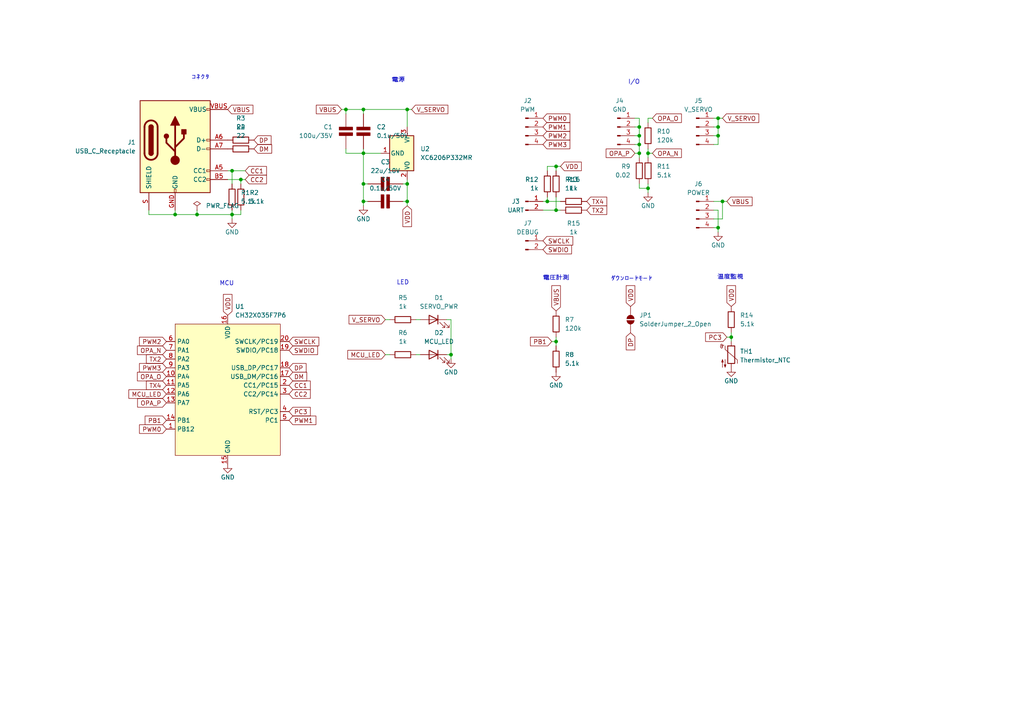
<source format=kicad_sch>
(kicad_sch (version 20250114) (generator "eeschema") (generator_version "9.0")
  (paper "A4")
  (title_block (title "UART-FourServoControllBoard") (date "2025-12-23") (rev "V0.2") (company "EsEhEhElp"))
  (lib_symbols
    (symbol "Connector:Conn_01x02_Pin" (pin_names (offset 1.016) (hide yes))
      (property "Reference" "J" (at 0 2.54 0))
      (property "Value" "Conn_01x02_Pin" (at 0 -5.08 0))
      (symbol "Conn_01x02_Pin_1_1"
        (rectangle (start 0.8636 0.127) (end 0 -0.127) (stroke (width 0.1524)) (fill (type outline)))
        (rectangle (start 0.8636 -2.413) (end 0 -2.667) (stroke (width 0.1524)) (fill (type outline)))
        (polyline (pts (xy 1.27 0) (xy 0.8636 0)) (stroke (width 0.1524)))
        (polyline (pts (xy 1.27 -2.54) (xy 0.8636 -2.54)) (stroke (width 0.1524)))
        (pin passive line (at 5.08 0 180) (length 3.81) (name "Pin_1") (number "1"))
        (pin passive line (at 5.08 -2.54 180) (length 3.81) (name "Pin_2") (number "2"))
      )
    )
    (symbol "Connector:Conn_01x04_Pin" (pin_names (offset 1.016) (hide yes))
      (property "Reference" "J" (at 0 5.08 0))
      (property "Value" "Conn_01x04_Pin" (at 0 -7.62 0))
      (symbol "Conn_01x04_Pin_1_1"
        (rectangle (start 0.8636 2.667) (end 0 2.413) (stroke (width 0.1524)) (fill (type outline)))
        (rectangle (start 0.8636 0.127) (end 0 -0.127) (stroke (width 0.1524)) (fill (type outline)))
        (rectangle (start 0.8636 -2.413) (end 0 -2.667) (stroke (width 0.1524)) (fill (type outline)))
        (rectangle (start 0.8636 -4.953) (end 0 -5.207) (stroke (width 0.1524)) (fill (type outline)))
        (polyline (pts (xy 1.27 2.54) (xy 0.8636 2.54)) (stroke (width 0.1524)))
        (polyline (pts (xy 1.27 0) (xy 0.8636 0)) (stroke (width 0.1524)))
        (polyline (pts (xy 1.27 -2.54) (xy 0.8636 -2.54)) (stroke (width 0.1524)))
        (polyline (pts (xy 1.27 -5.08) (xy 0.8636 -5.08)) (stroke (width 0.1524)))
        (pin passive line (at 5.08 2.54 180) (length 3.81) (name "Pin_1") (number "1"))
        (pin passive line (at 5.08 0 180) (length 3.81) (name "Pin_2") (number "2"))
        (pin passive line (at 5.08 -2.54 180) (length 3.81) (name "Pin_3") (number "3"))
        (pin passive line (at 5.08 -5.08 180) (length 3.81) (name "Pin_4") (number "4"))
      )
    )
    (symbol "Device:LED" (pin_numbers (hide yes)) (pin_names (offset 1.016) (hide yes))
      (property "Reference" "D" (at 0 2.54 0))
      (property "Value" "LED" (at 0 -2.54 0))
      (symbol "LED_0_1"
        (polyline (pts (xy -3.048 -0.762) (xy -4.572 -2.286) (xy -3.81 -2.286) (xy -4.572 -2.286) (xy -4.572 -1.524)))
        (polyline (pts (xy -1.778 -0.762) (xy -3.302 -2.286) (xy -2.54 -2.286) (xy -3.302 -2.286) (xy -3.302 -1.524)))
        (polyline (pts (xy -1.27 0) (xy 1.27 0)))
        (polyline (pts (xy -1.27 -1.27) (xy -1.27 1.27)) (stroke (width 0.254)))
        (polyline (pts (xy 1.27 -1.27) (xy 1.27 1.27) (xy -1.27 0) (xy 1.27 -1.27)) (stroke (width 0.254)))
      )
      (symbol "LED_1_1"
        (pin passive line (at -3.81 0 0) (length 2.54) (name "K") (number "1"))
        (pin passive line (at 3.81 0 180) (length 2.54) (name "A") (number "2"))
      )
    )
    (symbol "Device:Thermistor_NTC" (pin_numbers (hide yes)) (pin_names (offset 0))
      (property "Reference" "TH" (at -4.445 0 90))
      (property "Value" "Thermistor_NTC" (at 3.175 0 90))
      (symbol "Thermistor_NTC_0_1"
        (arc (start -3.175 2.413) (mid -3.0506 2.3165) (end -3.048 2.159))
        (arc (start -3.048 2.794) (mid -2.9736 2.9736) (end -2.794 3.048))
        (arc (start -2.794 3.048) (mid -2.6144 2.9736) (end -2.54 2.794))
        (arc (start -2.794 2.54) (mid -2.9736 2.6144) (end -3.048 2.794))
        (arc (start -2.794 1.905) (mid -2.9736 1.9794) (end -3.048 2.159))
        (arc (start -2.54 2.159) (mid -2.6144 1.9794) (end -2.794 1.905))
        (arc (start -2.159 2.794) (mid -2.434 2.5608) (end -2.794 2.54))
        (polyline (pts (xy -2.54 2.159) (xy -2.54 2.794)))
        (polyline (pts (xy -2.54 -3.683) (xy -2.54 -1.397) (xy -2.794 -2.159) (xy -2.286 -2.159) (xy -2.54 -1.397) (xy -2.54 -1.651)) (fill (type outline)))
        (polyline (pts (xy -1.778 2.54) (xy -1.778 1.524) (xy 1.778 -1.524) (xy 1.778 -2.54)))
        (polyline (pts (xy -1.778 -1.397) (xy -1.778 -3.683) (xy -2.032 -2.921) (xy -1.524 -2.921) (xy -1.778 -3.683) (xy -1.778 -3.429)) (fill (type outline)))
        (rectangle (start -1.016 2.54) (end 1.016 -2.54) (stroke (width 0.254)))
      )
      (symbol "Thermistor_NTC_1_1"
        (pin passive line (at 0 3.81 270) (length 1.27) (name "~") (number "1"))
        (pin passive line (at 0 -3.81 90) (length 1.27) (name "~") (number "2"))
      )
    )
    (symbol "Jumper:SolderJumper_2_Open" (pin_numbers (hide yes)) (pin_names (offset 0) (hide yes)) (in_bom no)
      (property "Reference" "JP" (at 0 2.032 0))
      (property "Value" "SolderJumper_2_Open" (at 0 -2.54 0))
      (symbol "SolderJumper_2_Open_0_1"
        (polyline (pts (xy -0.254 1.016) (xy -0.254 -1.016)))
        (arc (start -0.254 -1.016) (mid -1.2656 0) (end -0.254 1.016))
        (arc (start -0.254 -1.016) (mid -1.2656 0) (end -0.254 1.016) (fill (type outline)))
        (arc (start 0.254 1.016) (mid 1.2656 0) (end 0.254 -1.016))
        (arc (start 0.254 1.016) (mid 1.2656 0) (end 0.254 -1.016) (fill (type outline)))
        (polyline (pts (xy 0.254 1.016) (xy 0.254 -1.016)))
      )
      (symbol "SolderJumper_2_Open_1_1"
        (pin passive line (at -3.81 0 0) (length 2.54) (name "A") (number "1"))
        (pin passive line (at 3.81 0 180) (length 2.54) (name "B") (number "2"))
      )
    )
    (symbol "PCM_4ms_Power-symbol:PWR_FLAG" (power) (pin_numbers (hide yes)) (pin_names (offset 0) (hide yes))
      (property "Value" "PWR_FLAG" (at 0 3.81 0))
      (symbol "PWR_FLAG_0_0"
        (pin power_out line (at 0 0 90) (length 0) (name "pwr") (number "1"))
      )
      (symbol "PWR_FLAG_0_1"
        (polyline (pts (xy 0 0) (xy 0 1.27) (xy -1.016 1.905) (xy 0 2.54) (xy 1.016 1.905) (xy 0 1.27)))
      )
    )
    (symbol "PCM_Elektuur:C" (pin_numbers (hide yes)) (pin_names (offset 0) (hide yes))
      (property "Reference" "C" (at 0.635 3.175 0))
      (property "Value" "C" (at 0.635 -3.175 0))
      (symbol "C_1_1"
        (rectangle (start -1.905 1.1938) (end 1.905 0.4318) (stroke (width 0.254)) (fill (type outline)))
        (rectangle (start -1.905 -0.4318) (end 1.905 -1.1938) (stroke (width 0.254)) (fill (type outline)))
        (pin passive line (at 0 5.08 270) (length 3.8862) (name "+") (number "1"))
        (pin passive line (at 0 -5.08 90) (length 3.8862) (name "-") (number "2"))
      )
      (symbol "C_1_2"
        (polyline (pts (xy -1.905 0.4318) (xy 1.905 0.4318) (xy 1.905 1.4986) (xy -1.905 1.4986) (xy -1.905 0.4318) (xy -1.8034 0.5334) (xy -1.8034 1.397) (xy 1.8034 1.397) (xy 1.8034 0.5334) (xy -1.8034 0.5334) (xy -1.905 0.4318)) (stroke (width 0.254)) (fill (type outline)))
        (polyline (pts (xy -1.905 -1.4986) (xy 1.905 -1.4986) (xy 1.905 -0.4318) (xy -1.905 -0.4318) (xy -1.905 -1.4986) (xy -1.8034 -1.397) (xy -1.8034 -0.5334) (xy 1.8034 -0.5334) (xy 1.8034 -1.397) (xy -1.8034 -1.397) (xy -1.905 -1.4986)) (stroke (width 0.254)) (fill (type outline)))
        (pin passive line (at 0 5.08 270) (length 3.5814) (name "+") (number "1"))
        (pin passive line (at 0 -5.08 90) (length 3.5814) (name "-") (number "2"))
      )
    )
    (symbol "PCM_SL_Resistors:Resistor"
      (property "Reference" "R" (at 0 5.08 0))
      (property "Value" "Resistor" (at 0 2.54 0))
      (symbol "Resistor_0_1"
        (rectangle (start -2.286 0.889) (end 2.286 -0.889) (stroke (width 0.24)))
      )
      (symbol "Resistor_1_1"
        (pin passive line (at -3.81 0 0) (length 1.5) (name "") (number "1"))
        (pin passive line (at 3.81 0 180) (length 1.5) (name "~") (number "2"))
      )
    )
    (symbol "PCM_SparkFun-Connector:USB_C_Receptacle" (pin_names (offset 1.016))
      (property "Reference" "J" (at -10.16 12.7 0))
      (property "Value" "USB_C_Receptacle" (at 19.05 12.7 0))
      (symbol "USB_C_Receptacle_0_0"
        (rectangle (start -0.254 -15.24) (end 0.254 -14.224))
        (rectangle (start 10.16 9.144) (end 9.144 8.636))
        (rectangle (start 10.16 0.254) (end 9.144 -0.254))
        (rectangle (start 10.16 -2.286) (end 9.144 -2.794))
        (rectangle (start 10.16 -8.636) (end 9.144 -9.144))
        (rectangle (start 10.16 -11.176) (end 9.144 -11.684))
      )
      (symbol "USB_C_Receptacle_0_1"
        (rectangle (start -10.16 11.43) (end 10.16 -15.24) (stroke (width 0.254)) (fill (type background)))
        (polyline (pts (xy -8.89 -3.81) (xy -8.89 3.81)) (stroke (width 0.508)))
        (rectangle (start -7.62 -3.81) (end -6.35 3.81) (stroke (width 0.254)) (fill (type outline)))
        (arc (start -7.62 3.81) (mid -6.985 4.4423) (end -6.35 3.81) (stroke (width 0.254)))
        (arc (start -7.62 3.81) (mid -6.985 4.4423) (end -6.35 3.81) (stroke (width 0.254)) (fill (type outline)))
        (arc (start -8.89 3.81) (mid -6.985 5.7067) (end -5.08 3.81) (stroke (width 0.508)))
        (arc (start -5.08 -3.81) (mid -6.985 -5.7067) (end -8.89 -3.81) (stroke (width 0.508)))
        (arc (start -6.35 -3.81) (mid -6.985 -4.4423) (end -7.62 -3.81) (stroke (width 0.254)))
        (arc (start -6.35 -3.81) (mid -6.985 -4.4423) (end -7.62 -3.81) (stroke (width 0.254)) (fill (type outline)))
        (polyline (pts (xy -5.08 3.81) (xy -5.08 -3.81)) (stroke (width 0.508)))
        (circle (center -2.54 1.143) (radius 0.635) (stroke (width 0.254)) (fill (type outline)))
        (polyline (pts (xy -1.27 4.318) (xy 0 6.858) (xy 1.27 4.318) (xy -1.27 4.318)) (stroke (width 0.254)) (fill (type outline)))
        (polyline (pts (xy 0 -2.032) (xy 2.54 0.508) (xy 2.54 1.778)) (stroke (width 0.508)))
        (polyline (pts (xy 0 -3.302) (xy -2.54 -0.762) (xy -2.54 0.508)) (stroke (width 0.508)))
        (polyline (pts (xy 0 -5.842) (xy 0 4.318)) (stroke (width 0.508)))
        (circle (center 0 -5.842) (radius 1.27) (fill (type outline)))
        (rectangle (start 1.905 1.778) (end 3.175 3.048) (stroke (width 0.254)) (fill (type outline)))
      )
      (symbol "USB_C_Receptacle_1_1"
        (pin passive line (at -7.62 -20.32 90) (length 5.08) (name "SHIELD") (number "S"))
        (pin no_connect line (at -5.08 -15.24 90) (length 5.08) (hide yes) (name "NC") (number "NC1"))
        (pin no_connect line (at -3.81 -15.24 90) (length 5.08) (hide yes) (name "NC") (number "NC2"))
        (pin no_connect line (at -2.54 -15.24 90) (length 5.08) (hide yes) (name "NC") (number "NC3"))
        (pin passive line (at 0 -20.32 90) (length 5.08) (name "GND") (number "GND"))
        (pin no_connect line (at 2.54 -15.24 90) (length 5.08) (hide yes) (name "NC") (number "A8"))
        (pin no_connect line (at 3.81 -15.24 90) (length 5.08) (hide yes) (name "NC") (number "B8"))
        (pin power_out line (at 15.24 8.89 180) (length 5.08) (name "VBUS") (number "VBUS"))
        (pin bidirectional line (at 15.24 0 180) (length 5.08) (name "D+") (number "A6"))
        (pin bidirectional line (at 15.24 0 180) (length 5.08) (hide yes) (name "D+") (number "B6"))
        (pin bidirectional line (at 15.24 -2.54 180) (length 5.08) (name "D-") (number "A7"))
        (pin bidirectional line (at 15.24 -2.54 180) (length 5.08) (hide yes) (name "D-") (number "B7"))
        (pin bidirectional line (at 15.24 -8.89 180) (length 5.08) (name "CC1") (number "A5"))
        (pin bidirectional line (at 15.24 -11.43 180) (length 5.08) (name "CC2") (number "B5"))
      )
    )
    (symbol "PCM_SparkFun-PowerSymbol:GND" (power) (pin_names (offset 0))
      (property "Value" "GND" (at 0 -3.81 0))
      (symbol "GND_0_1"
        (polyline (pts (xy 0 0) (xy 0 -1.27) (xy 1.27 -1.27) (xy 0 -2.54) (xy -1.27 -1.27) (xy 0 -1.27)))
      )
      (symbol "GND_1_1"
        (pin power_in line (at 0 0 270) (length 0) (hide yes) (name "GND") (number "1"))
      )
    )
    (symbol "Regulator_Linear:XC6206PxxxMR" (pin_names (offset 0.254))
      (property "Reference" "U" (at -3.81 3.175 0))
      (property "Value" "XC6206PxxxMR" (at 0 3.175 0))
      (symbol "XC6206PxxxMR_0_1"
        (rectangle (start -5.08 1.905) (end 5.08 -5.08) (stroke (width 0.254)) (fill (type background)))
      )
      (symbol "XC6206PxxxMR_1_1"
        (pin power_in line (at -7.62 0 0) (length 2.54) (name "VI") (number "3"))
        (pin power_in line (at 0 -7.62 90) (length 2.54) (name "GND") (number "1"))
        (pin power_out line (at 7.62 0 180) (length 2.54) (name "VO") (number "2"))
      )
    )
    (symbol "wch_mcu:CH32X035F7P6"
      (property "Reference" "U" (at 15.24 -25.4 0))
      (property "Value" "CH32X035F7P6" (at 15.24 -27.94 0))
      (symbol "CH32X035F7P6_0_1"
        (rectangle (start -15.24 17.78) (end 15.24 -20.32) (fill (type background)))
      )
      (symbol "CH32X035F7P6_1_1"
        (pin bidirectional line (at -17.78 12.7 0) (length 2.54) (name "PA0") (number "6"))
        (pin bidirectional line (at -17.78 10.16 0) (length 2.54) (name "PA1") (number "7"))
        (pin bidirectional line (at -17.78 7.62 0) (length 2.54) (name "PA2") (number "8"))
        (pin bidirectional line (at -17.78 5.08 0) (length 2.54) (name "PA3") (number "9"))
        (pin bidirectional line (at -17.78 2.54 0) (length 2.54) (name "PA4") (number "10"))
        (pin bidirectional line (at -17.78 0 0) (length 2.54) (name "PA5") (number "11"))
        (pin bidirectional line (at -17.78 -2.54 0) (length 2.54) (name "PA6") (number "12"))
        (pin bidirectional line (at -17.78 -5.08 0) (length 2.54) (name "PA7") (number "13"))
        (pin bidirectional line (at -17.78 -10.16 0) (length 2.54) (name "PB1") (number "14"))
        (pin bidirectional line (at -17.78 -12.7 0) (length 2.54) (name "PB12") (number "1"))
        (pin power_in line (at 0 20.32 270) (length 2.54) (name "VDD") (number "16"))
        (pin power_in line (at 0 -22.86 90) (length 2.54) (name "GND") (number "15"))
        (pin bidirectional line (at 17.78 12.7 180) (length 2.54) (name "SWCLK/PC19") (number "20"))
        (pin bidirectional line (at 17.78 10.16 180) (length 2.54) (name "SWDIO/PC18") (number "19"))
        (pin bidirectional line (at 17.78 5.08 180) (length 2.54) (name "USB_DP/PC17") (number "18"))
        (pin bidirectional line (at 17.78 2.54 180) (length 2.54) (name "USB_DM/PC16") (number "17"))
        (pin bidirectional line (at 17.78 0 180) (length 2.54) (name "CC1/PC15") (number "2"))
        (pin bidirectional line (at 17.78 -2.54 180) (length 2.54) (name "CC2/PC14") (number "3"))
        (pin bidirectional line (at 17.78 -7.62 180) (length 2.54) (name "RST/PC3") (number "4"))
        (pin bidirectional line (at 17.78 -10.16 180) (length 2.54) (name "PC1") (number "5"))
      )
    )
  )
  (text "電源" (at 115.57 23.368 0) (effects (font (size 1.27 1.27))))
  (text "電圧計測" (at 161.29 80.772 0) (effects (font (size 1.27 1.27))))
  (text "MCU" (at 65.786 82.296 0) (effects (font (size 1.27 1.27))))
  (text "I/O" (at 183.896 23.876 0) (effects (font (size 1.27 1.27))))
  (text "温度監視" (at 211.836 80.518 0) (effects (font (size 1.27 1.27))))
  (text "LED" (at 116.84 82.042 0) (effects (font (size 1.27 1.27))))
  (text "コネクタ" (at 58.166 22.606 0) (effects (font (size 1.27 1.27))))
  (text "ダウンロードモード" (at 183.134 81.026 0) (effects (font (size 1.27 1.27))))
  (junction (at 118.11 31.75))
  (junction (at 161.29 48.26))
  (junction (at 105.41 31.75))
  (junction (at 118.11 58.42))
  (junction (at 105.41 58.42))
  (junction (at 185.42 36.83))
  (junction (at 208.28 66.04))
  (junction (at 208.28 39.37))
  (junction (at 50.8 62.23))
  (junction (at 118.11 53.34))
  (junction (at 161.29 99.06))
  (junction (at 187.96 44.45))
  (junction (at 105.41 53.34))
  (junction (at 185.42 44.45))
  (junction (at 209.55 58.42))
  (junction (at 208.28 36.83))
  (junction (at 187.96 54.61))
  (junction (at 208.28 34.29))
  (junction (at 185.42 41.91))
  (junction (at 212.09 97.79))
  (junction (at 185.42 39.37))
  (junction (at 100.33 31.75))
  (junction (at 67.31 49.53))
  (junction (at 158.75 58.42))
  (junction (at 69.85 52.07))
  (junction (at 57.15 62.23))
  (junction (at 67.31 62.23))
  (junction (at 130.81 102.87))
  (junction (at 105.41 44.45))
  (junction (at 161.29 60.96))
  (wire (pts (xy 184.15 36.83) (xy 185.42 36.83)))
  (wire (pts (xy 57.15 62.23) (xy 67.31 62.23)))
  (wire (pts (xy 71.12 49.53) (xy 67.31 49.53)))
  (wire (pts (xy 158.75 48.26) (xy 158.75 49.53)))
  (wire (pts (xy 161.29 48.26) (xy 158.75 48.26)))
  (wire (pts (xy 207.01 66.04) (xy 208.28 66.04)))
  (wire (pts (xy 185.42 34.29) (xy 185.42 36.83)))
  (wire (pts (xy 184.15 34.29) (xy 185.42 34.29)))
  (wire (pts (xy 105.41 58.42) (xy 106.68 58.42)))
  (wire (pts (xy 105.41 58.42) (xy 105.41 59.69)))
  (wire (pts (xy 116.84 58.42) (xy 118.11 58.42)))
  (wire (pts (xy 185.42 39.37) (xy 185.42 41.91)))
  (wire (pts (xy 209.55 58.42) (xy 210.82 58.42)))
  (wire (pts (xy 212.09 97.79) (xy 212.09 99.06)))
  (wire (pts (xy 120.65 102.87) (xy 121.92 102.87)))
  (wire (pts (xy 111.76 102.87) (xy 113.03 102.87)))
  (wire (pts (xy 111.76 92.71) (xy 113.03 92.71)))
  (wire (pts (xy 161.29 48.26) (xy 161.29 49.53)))
  (wire (pts (xy 67.31 49.53) (xy 66.04 49.53)))
  (wire (pts (xy 67.31 62.23) (xy 67.31 63.5)))
  (wire (pts (xy 105.41 31.75) (xy 118.11 31.75)))
  (wire (pts (xy 43.18 62.23) (xy 50.8 62.23)))
  (wire (pts (xy 118.11 31.75) (xy 118.11 36.83)))
  (wire (pts (xy 158.75 57.15) (xy 158.75 58.42)))
  (wire (pts (xy 105.41 33.02) (xy 105.41 31.75)))
  (wire (pts (xy 130.81 92.71) (xy 130.81 102.87)))
  (wire (pts (xy 105.41 44.45) (xy 100.33 44.45)))
  (wire (pts (xy 212.09 96.52) (xy 212.09 97.79)))
  (wire (pts (xy 130.81 102.87) (xy 130.81 104.14)))
  (wire (pts (xy 187.96 54.61) (xy 185.42 54.61)))
  (wire (pts (xy 185.42 53.34) (xy 185.42 54.61)))
  (wire (pts (xy 106.68 53.34) (xy 105.41 53.34)))
  (wire (pts (xy 118.11 58.42) (xy 118.11 59.69)))
  (wire (pts (xy 207.01 60.96) (xy 208.28 60.96)))
  (wire (pts (xy 57.15 60.96) (xy 57.15 62.23)))
  (wire (pts (xy 105.41 53.34) (xy 105.41 58.42)))
  (wire (pts (xy 207.01 63.5) (xy 209.55 63.5)))
  (wire (pts (xy 158.75 58.42) (xy 162.56 58.42)))
  (wire (pts (xy 105.41 43.18) (xy 105.41 44.45)))
  (wire (pts (xy 184.15 44.45) (xy 185.42 44.45)))
  (wire (pts (xy 207.01 34.29) (xy 208.28 34.29)))
  (wire (pts (xy 160.02 99.06) (xy 161.29 99.06)))
  (wire (pts (xy 162.56 48.26) (xy 161.29 48.26)))
  (wire (pts (xy 208.28 34.29) (xy 208.28 36.83)))
  (wire (pts (xy 157.48 60.96) (xy 161.29 60.96)))
  (wire (pts (xy 185.42 41.91) (xy 184.15 41.91)))
  (wire (pts (xy 207.01 36.83) (xy 208.28 36.83)))
  (wire (pts (xy 129.54 102.87) (xy 130.81 102.87)))
  (wire (pts (xy 185.42 44.45) (xy 185.42 45.72)))
  (wire (pts (xy 208.28 60.96) (xy 208.28 66.04)))
  (wire (pts (xy 207.01 58.42) (xy 209.55 58.42)))
  (wire (pts (xy 99.06 31.75) (xy 100.33 31.75)))
  (wire (pts (xy 187.96 55.88) (xy 187.96 54.61)))
  (wire (pts (xy 187.96 43.18) (xy 187.96 44.45)))
  (wire (pts (xy 100.33 43.18) (xy 100.33 44.45)))
  (wire (pts (xy 208.28 66.04) (xy 208.28 67.31)))
  (wire (pts (xy 69.85 52.07) (xy 69.85 53.34)))
  (wire (pts (xy 161.29 97.79) (xy 161.29 99.06)))
  (wire (pts (xy 69.85 60.96) (xy 69.85 62.23)))
  (wire (pts (xy 161.29 57.15) (xy 161.29 60.96)))
  (wire (pts (xy 187.96 53.34) (xy 187.96 54.61)))
  (wire (pts (xy 189.23 34.29) (xy 187.96 34.29)))
  (wire (pts (xy 207.01 39.37) (xy 208.28 39.37)))
  (wire (pts (xy 118.11 53.34) (xy 118.11 58.42)))
  (wire (pts (xy 118.11 31.75) (xy 119.38 31.75)))
  (wire (pts (xy 50.8 60.96) (xy 50.8 62.23)))
  (wire (pts (xy 208.28 36.83) (xy 208.28 39.37)))
  (wire (pts (xy 43.18 60.96) (xy 43.18 62.23)))
  (wire (pts (xy 210.82 97.79) (xy 212.09 97.79)))
  (wire (pts (xy 209.55 63.5) (xy 209.55 58.42)))
  (wire (pts (xy 118.11 52.07) (xy 118.11 53.34)))
  (wire (pts (xy 105.41 44.45) (xy 110.49 44.45)))
  (wire (pts (xy 71.12 52.07) (xy 69.85 52.07)))
  (wire (pts (xy 120.65 92.71) (xy 121.92 92.71)))
  (wire (pts (xy 69.85 62.23) (xy 67.31 62.23)))
  (wire (pts (xy 100.33 31.75) (xy 100.33 33.02)))
  (wire (pts (xy 187.96 44.45) (xy 187.96 45.72)))
  (wire (pts (xy 50.8 62.23) (xy 57.15 62.23)))
  (wire (pts (xy 67.31 60.96) (xy 67.31 62.23)))
  (wire (pts (xy 207.01 41.91) (xy 208.28 41.91)))
  (wire (pts (xy 116.84 53.34) (xy 118.11 53.34)))
  (wire (pts (xy 67.31 49.53) (xy 67.31 53.34)))
  (wire (pts (xy 129.54 92.71) (xy 130.81 92.71)))
  (wire (pts (xy 157.48 58.42) (xy 158.75 58.42)))
  (wire (pts (xy 184.15 39.37) (xy 185.42 39.37)))
  (wire (pts (xy 187.96 44.45) (xy 189.23 44.45)))
  (wire (pts (xy 185.42 44.45) (xy 185.42 41.91)))
  (wire (pts (xy 187.96 34.29) (xy 187.96 35.56)))
  (wire (pts (xy 161.29 60.96) (xy 162.56 60.96)))
  (wire (pts (xy 208.28 39.37) (xy 208.28 41.91)))
  (wire (pts (xy 161.29 99.06) (xy 161.29 100.33)))
  (wire (pts (xy 208.28 34.29) (xy 209.55 34.29)))
  (wire (pts (xy 105.41 31.75) (xy 100.33 31.75)))
  (wire (pts (xy 105.41 44.45) (xy 105.41 53.34)))
  (wire (pts (xy 69.85 52.07) (xy 66.04 52.07)))
  (wire (pts (xy 185.42 36.83) (xy 185.42 39.37)))
  (global_label "V_SERVO" (shape input) (at 119.38 31.75 0) (property "Intersheetrefs" "${INTERSHEET_REFS}" (effects (hide yes))))
  (global_label "PC3" (shape input) (at 210.82 97.79 180) (property "Intersheetrefs" "${INTERSHEET_REFS}" (effects (hide yes))))
  (global_label "DP" (shape input) (at 83.82 106.68 0) (property "Intersheetrefs" "${INTERSHEET_REFS}" (effects (hide yes))))
  (global_label "PB1" (shape input) (at 160.02 99.06 180) (property "Intersheetrefs" "${INTERSHEET_REFS}" (effects (hide yes))))
  (global_label "MCU_LED" (shape input) (at 111.76 102.87 180) (property "Intersheetrefs" "${INTERSHEET_REFS}" (effects (hide yes))))
  (global_label "SWCLK" (shape input) (at 157.48 69.85 0) (property "Intersheetrefs" "${INTERSHEET_REFS}" (effects (hide yes))))
  (global_label "OPA_O" (shape input) (at 48.26 109.22 180) (property "Intersheetrefs" "${INTERSHEET_REFS}" (effects (hide yes))))
  (global_label "DP" (shape input) (at 182.88 96.52 270) (property "Intersheetrefs" "${INTERSHEET_REFS}" (effects (hide yes))))
  (global_label "TX4" (shape input) (at 48.26 111.76 180) (property "Intersheetrefs" "${INTERSHEET_REFS}" (effects (hide yes))))
  (global_label "V_SERVO" (shape input) (at 209.55 34.29 0) (property "Intersheetrefs" "${INTERSHEET_REFS}" (effects (hide yes))))
  (global_label "SWDIO" (shape input) (at 157.48 72.39 0) (property "Intersheetrefs" "${INTERSHEET_REFS}" (effects (hide yes))))
  (global_label "VDD" (shape input) (at 66.04 91.44 90) (property "Intersheetrefs" "${INTERSHEET_REFS}" (effects (hide yes))))
  (global_label "DM" (shape input) (at 83.82 109.22 0) (property "Intersheetrefs" "${INTERSHEET_REFS}" (effects (hide yes))))
  (global_label "SWDIO" (shape input) (at 83.82 101.6 0) (property "Intersheetrefs" "${INTERSHEET_REFS}" (effects (hide yes))))
  (global_label "SWCLK" (shape input) (at 83.82 99.06 0) (property "Intersheetrefs" "${INTERSHEET_REFS}" (effects (hide yes))))
  (global_label "PWM3" (shape input) (at 157.48 41.91 0) (property "Intersheetrefs" "${INTERSHEET_REFS}" (effects (hide yes))))
  (global_label "VDD" (shape input) (at 212.09 88.9 90) (property "Intersheetrefs" "${INTERSHEET_REFS}" (effects (hide yes))))
  (global_label "PWM1" (shape input) (at 157.48 36.83 0) (property "Intersheetrefs" "${INTERSHEET_REFS}" (effects (hide yes))))
  (global_label "VDD" (shape input) (at 162.56 48.26 0) (property "Intersheetrefs" "${INTERSHEET_REFS}" (effects (hide yes))))
  (global_label "VBUS" (shape input) (at 161.29 90.17 90) (property "Intersheetrefs" "${INTERSHEET_REFS}" (effects (hide yes))))
  (global_label "MCU_LED" (shape input) (at 48.26 114.3 180) (property "Intersheetrefs" "${INTERSHEET_REFS}" (effects (hide yes))))
  (global_label "OPA_P" (shape input) (at 184.15 44.45 180) (property "Intersheetrefs" "${INTERSHEET_REFS}" (effects (hide yes))))
  (global_label "CC2" (shape input) (at 83.82 114.3 0) (property "Intersheetrefs" "${INTERSHEET_REFS}" (effects (hide yes))))
  (global_label "PB1" (shape input) (at 48.26 121.92 180) (property "Intersheetrefs" "${INTERSHEET_REFS}" (effects (hide yes))))
  (global_label "PWM2" (shape input) (at 48.26 99.06 180) (property "Intersheetrefs" "${INTERSHEET_REFS}" (effects (hide yes))))
  (global_label "PWM0" (shape input) (at 48.26 124.46 180) (property "Intersheetrefs" "${INTERSHEET_REFS}" (effects (hide yes))))
  (global_label "PWM3" (shape input) (at 48.26 106.68 180) (property "Intersheetrefs" "${INTERSHEET_REFS}" (effects (hide yes))))
  (global_label "PWM1" (shape input) (at 83.82 121.92 0) (property "Intersheetrefs" "${INTERSHEET_REFS}" (effects (hide yes))))
  (global_label "TX4" (shape input) (at 170.18 58.42 0) (property "Intersheetrefs" "${INTERSHEET_REFS}" (effects (hide yes))))
  (global_label "PWM0" (shape input) (at 157.48 34.29 0) (property "Intersheetrefs" "${INTERSHEET_REFS}" (effects (hide yes))))
  (global_label "TX2" (shape input) (at 170.18 60.96 0) (property "Intersheetrefs" "${INTERSHEET_REFS}" (effects (hide yes))))
  (global_label "V_SERVO" (shape input) (at 111.76 92.71 180) (property "Intersheetrefs" "${INTERSHEET_REFS}" (effects (hide yes))))
  (global_label "CC1" (shape input) (at 71.12 49.53 0) (property "Intersheetrefs" "${INTERSHEET_REFS}" (effects (hide yes))))
  (global_label "CC2" (shape input) (at 71.12 52.07 0) (property "Intersheetrefs" "${INTERSHEET_REFS}" (effects (hide yes))))
  (global_label "DP" (shape input) (at 73.66 40.64 0) (property "Intersheetrefs" "${INTERSHEET_REFS}" (effects (hide yes))))
  (global_label "DM" (shape input) (at 73.66 43.18 0) (property "Intersheetrefs" "${INTERSHEET_REFS}" (effects (hide yes))))
  (global_label "VDD" (shape input) (at 118.11 59.69 270) (property "Intersheetrefs" "${INTERSHEET_REFS}" (effects (hide yes))))
  (global_label "PWM2" (shape input) (at 157.48 39.37 0) (property "Intersheetrefs" "${INTERSHEET_REFS}" (effects (hide yes))))
  (global_label "OPA_N" (shape input) (at 189.23 44.45 0) (property "Intersheetrefs" "${INTERSHEET_REFS}" (effects (hide yes))))
  (global_label "VBUS" (shape input) (at 66.04 31.75 0) (property "Intersheetrefs" "${INTERSHEET_REFS}" (effects (hide yes))))
  (global_label "OPA_P" (shape input) (at 48.26 116.84 180) (property "Intersheetrefs" "${INTERSHEET_REFS}" (effects (hide yes))))
  (global_label "OPA_N" (shape input) (at 48.26 101.6 180) (property "Intersheetrefs" "${INTERSHEET_REFS}" (effects (hide yes))))
  (global_label "VDD" (shape input) (at 182.88 88.9 90) (property "Intersheetrefs" "${INTERSHEET_REFS}" (effects (hide yes))))
  (global_label "PC3" (shape input) (at 83.82 119.38 0) (property "Intersheetrefs" "${INTERSHEET_REFS}" (effects (hide yes))))
  (global_label "VBUS" (shape input) (at 210.82 58.42 0) (property "Intersheetrefs" "${INTERSHEET_REFS}" (effects (hide yes))))
  (global_label "TX2" (shape input) (at 48.26 104.14 180) (property "Intersheetrefs" "${INTERSHEET_REFS}" (effects (hide yes))))
  (global_label "OPA_O" (shape input) (at 189.23 34.29 0) (property "Intersheetrefs" "${INTERSHEET_REFS}" (effects (hide yes))))
  (global_label "VBUS" (shape input) (at 99.06 31.75 180) (property "Intersheetrefs" "${INTERSHEET_REFS}" (effects (hide yes))))
  (global_label "CC1" (shape input) (at 83.82 111.76 0) (property "Intersheetrefs" "${INTERSHEET_REFS}" (effects (hide yes))))
  (symbol (lib_id "Device:LED") (at 125.73 92.71 0) (mirror y) (unit 1)
    (property "Reference" "D1" (at 127.3175 86.36 0))
    (property "Value" "SERVO_PWR" (at 127.3175 88.9 0))
    (property "Footprint" "LED_SMD:LED_0603_1608Metric_Pad1.05x0.95mm_HandSolder" (effects (hide yes)))
    (property "Description" "Light emitting diode" (effects (hide yes)))
    (property "Sim.Pins" "1=K 2=A" (effects (hide yes)))
  )
  (symbol (lib_id "PCM_SparkFun-PowerSymbol:GND") (at 208.28 67.31 0) (unit 1)
    (property "Reference" "#PWR07" (effects (hide yes)))
    (property "Value" "GND" (at 208.28 71.12 0))
    (property "Description" "Power symbol creates a global label with name \"GND\" , ground" (effects (hide yes)))
  )
  (symbol (lib_id "PCM_Elektuur:C") (at 111.76 53.34 270) (unit 1)
    (property "Reference" "C3" (at 111.76 46.99 90))
    (property "Value" "22u/10V" (at 111.76 49.53 90))
    (property "Footprint" "Capacitor_SMD:C_0603_1608Metric_Pad1.08x0.95mm_HandSolder" (effects (hide yes)))
    (property "Description" "capacitor, non-polarized/bipolar" (effects (hide yes)))
    (property "Indicator" "+" (effects (hide yes)))
    (property "Rating" "V" (effects (hide yes)))
  )
  (symbol (lib_id "PCM_SL_Resistors:Resistor") (at 187.96 39.37 270) (unit 1)
    (property "Reference" "R10" (at 190.5 38.0999 90) (effects (justify left)))
    (property "Value" "120k" (at 190.5 40.6399 90) (effects (justify left)))
    (property "Footprint" "Resistor_SMD:R_0603_1608Metric_Pad0.98x0.95mm_HandSolder" (effects (hide yes)))
    (property "Description" "1/4W Resistor" (effects (hide yes)))
  )
  (symbol (lib_id "PCM_SL_Resistors:Resistor") (at 185.42 49.53 270) (unit 1)
    (property "Reference" "R9" (at 182.88 48.2599 90) (effects (justify right)))
    (property "Value" "0.02" (at 182.88 50.7999 90) (effects (justify right)))
    (property "Footprint" "Resistor_SMD:R_1206_3216Metric_Pad1.30x1.75mm_HandSolder" (effects (hide yes)))
    (property "Description" "1/4W Resistor" (effects (hide yes)))
  )
  (symbol (lib_id "PCM_SL_Resistors:Resistor") (at 69.85 43.18 0) (unit 1)
    (property "Reference" "R4" (at 69.85 36.83 0))
    (property "Value" "22" (at 69.85 39.37 0))
    (property "Footprint" "Resistor_SMD:R_0603_1608Metric_Pad0.98x0.95mm_HandSolder" (effects (hide yes)))
    (property "Description" "1/4W Resistor" (effects (hide yes)))
  )
  (symbol (lib_id "PCM_SparkFun-PowerSymbol:GND") (at 67.31 63.5 0) (unit 1)
    (property "Reference" "#PWR02" (effects (hide yes)))
    (property "Value" "GND" (at 67.31 67.31 0))
    (property "Description" "Power symbol creates a global label with name \"GND\" , ground" (effects (hide yes)))
  )
  (symbol (lib_id "PCM_SL_Resistors:Resistor") (at 212.09 92.71 270) (unit 1)
    (property "Reference" "R14" (at 214.63 91.4399 90) (effects (justify left)))
    (property "Value" "5.1k" (at 214.63 93.9799 90) (effects (justify left)))
    (property "Footprint" "Resistor_SMD:R_0603_1608Metric_Pad0.98x0.95mm_HandSolder" (effects (hide yes)))
    (property "Description" "1/4W Resistor" (effects (hide yes)))
  )
  (symbol (lib_id "PCM_SL_Resistors:Resistor") (at 116.84 102.87 180) (unit 1)
    (property "Reference" "R6" (at 116.84 96.52 0))
    (property "Value" "1k" (at 116.84 99.06 0))
    (property "Footprint" "Resistor_SMD:R_0603_1608Metric_Pad0.98x0.95mm_HandSolder" (effects (hide yes)))
    (property "Description" "1/4W Resistor" (effects (hide yes)))
  )
  (symbol (lib_id "PCM_SL_Resistors:Resistor") (at 161.29 104.14 270) (unit 1)
    (property "Reference" "R8" (at 163.83 102.8699 90) (effects (justify left)))
    (property "Value" "5.1k" (at 163.83 105.4099 90) (effects (justify left)))
    (property "Footprint" "Resistor_SMD:R_0603_1608Metric_Pad0.98x0.95mm_HandSolder" (effects (hide yes)))
    (property "Description" "1/4W Resistor" (effects (hide yes)))
  )
  (symbol (lib_id "PCM_Elektuur:C") (at 100.33 38.1 180) (unit 1)
    (property "Reference" "C1" (at 96.52 36.8299 0) (effects (justify left)))
    (property "Value" "100u/35V" (at 96.52 39.3699 0) (effects (justify left)))
    (property "Footprint" "Capacitor_SMD:CP_Elec_6.3x7.7" (effects (hide yes)))
    (property "Description" "capacitor, non-polarized/bipolar" (effects (hide yes)))
    (property "Indicator" "+" (effects (hide yes)))
    (property "Rating" "V" (effects (hide yes)))
  )
  (symbol (lib_id "PCM_SparkFun-PowerSymbol:GND") (at 212.09 106.68 0) (unit 1)
    (property "Reference" "#PWR08" (effects (hide yes)))
    (property "Value" "GND" (at 212.09 110.49 0))
    (property "Description" "Power symbol creates a global label with name \"GND\" , ground" (effects (hide yes)))
  )
  (symbol (lib_id "Device:LED") (at 125.73 102.87 0) (mirror y) (unit 1)
    (property "Reference" "D2" (at 127.3175 96.52 0))
    (property "Value" "MCU_LED" (at 127.3175 99.06 0))
    (property "Footprint" "LED_SMD:LED_0603_1608Metric_Pad1.05x0.95mm_HandSolder" (effects (hide yes)))
    (property "Description" "Light emitting diode" (effects (hide yes)))
    (property "Sim.Pins" "1=K 2=A" (effects (hide yes)))
  )
  (symbol (lib_id "PCM_SL_Resistors:Resistor") (at 161.29 93.98 270) (unit 1)
    (property "Reference" "R7" (at 163.83 92.7099 90) (effects (justify left)))
    (property "Value" "120k" (at 163.83 95.2499 90) (effects (justify left)))
    (property "Footprint" "Resistor_SMD:R_0603_1608Metric_Pad0.98x0.95mm_HandSolder" (effects (hide yes)))
    (property "Description" "1/4W Resistor" (effects (hide yes)))
  )
  (symbol (lib_id "PCM_SL_Resistors:Resistor") (at 166.37 58.42 0) (unit 1)
    (property "Reference" "R16" (at 166.37 52.07 0))
    (property "Value" "1k" (at 166.37 54.61 0))
    (property "Footprint" "Resistor_SMD:R_0603_1608Metric_Pad0.98x0.95mm_HandSolder" (effects (hide yes)))
    (property "Description" "1/4W Resistor" (effects (hide yes)))
  )
  (symbol (lib_id "PCM_SparkFun-PowerSymbol:GND") (at 161.29 107.95 0) (unit 1)
    (property "Reference" "#PWR05" (effects (hide yes)))
    (property "Value" "GND" (at 161.29 111.76 0))
    (property "Description" "Power symbol creates a global label with name \"GND\" , ground" (effects (hide yes)))
  )
  (symbol (lib_id "PCM_SL_Resistors:Resistor") (at 187.96 49.53 270) (unit 1)
    (property "Reference" "R11" (at 190.5 48.2599 90) (effects (justify left)))
    (property "Value" "5.1k" (at 190.5 50.7999 90) (effects (justify left)))
    (property "Footprint" "Resistor_SMD:R_0603_1608Metric_Pad0.98x0.95mm_HandSolder" (effects (hide yes)))
    (property "Description" "1/4W Resistor" (effects (hide yes)))
  )
  (symbol (lib_id "Device:Thermistor_NTC") (at 212.09 102.87 0) (unit 1)
    (property "Reference" "TH1" (at 214.63 101.9174 0) (effects (justify left)))
    (property "Value" "Thermistor_NTC" (at 214.63 104.4574 0) (effects (justify left)))
    (property "Footprint" "Resistor_SMD:R_0603_1608Metric_Pad0.98x0.95mm_HandSolder" (effects (hide yes)))
    (property "Description" "Temperature dependent resistor, negative temperature coefficient" (effects (hide yes)))
  )
  (symbol (lib_id "wch_mcu:CH32X035F7P6") (at 66.04 111.76 0) (unit 1)
    (property "Reference" "U1" (at 68.1833 88.9 0) (effects (justify left)))
    (property "Value" "CH32X035F7P6" (at 68.1833 91.44 0) (effects (justify left)))
    (property "Footprint" "Package_SO:TSSOP-20_4.4x6.5mm_P0.65mm" (effects (hide yes)))
    (property "Datasheet" "https://www.wch-ic.com/downloads/CH32X035DS0_PDF.html" (effects (hide yes)))
    (property "Description" "CH32X035 is an industrial-grade microcontroller based on the QingKe RISC-V core. CH32X035 has built-in USB and PD PHY, supports USB Host and USB Device functions, PDUSB and Type-C fast charging functions, built-in programmable protocol I/O controller, provides 2 groups of OPA, 3 groups of CMP, 4 groups of USART, I2C, SPI, multiple timers, 12-bit ADC, 14-channel touch-key and other rich peripheral resources." (effects (hide yes)))
  )
  (symbol (lib_id "PCM_SL_Resistors:Resistor") (at 69.85 40.64 0) (unit 1)
    (property "Reference" "R3" (at 69.85 34.29 0))
    (property "Value" "22" (at 69.85 36.83 0))
    (property "Footprint" "Resistor_SMD:R_0603_1608Metric_Pad0.98x0.95mm_HandSolder" (effects (hide yes)))
    (property "Description" "1/4W Resistor" (effects (hide yes)))
  )
  (symbol (lib_id "PCM_SL_Resistors:Resistor") (at 158.75 53.34 270) (unit 1)
    (property "Reference" "R12" (at 156.21 52.0699 90) (effects (justify right)))
    (property "Value" "1k" (at 156.21 54.6099 90) (effects (justify right)))
    (property "Footprint" "Resistor_SMD:R_0603_1608Metric_Pad0.98x0.95mm_HandSolder" (effects (hide yes)))
    (property "Description" "1/4W Resistor" (effects (hide yes)))
  )
  (symbol (lib_id "Connector:Conn_01x02_Pin") (at 152.4 69.85 0) (unit 1)
    (property "Reference" "J7" (at 153.035 64.77 0))
    (property "Value" "DEBUG" (at 153.035 67.31 0))
    (property "Footprint" "Connector_PinHeader_1.27mm:PinHeader_1x02_P1.27mm_Vertical" (effects (hide yes)))
    (property "Description" "Generic connector, single row, 01x02, script generated" (effects (hide yes)))
  )
  (symbol (lib_id "PCM_SparkFun-PowerSymbol:GND") (at 105.41 59.69 0) (unit 1)
    (property "Reference" "#PWR03" (effects (hide yes)))
    (property "Value" "GND" (at 105.41 63.5 0))
    (property "Description" "Power symbol creates a global label with name \"GND\" , ground" (effects (hide yes)))
  )
  (symbol (lib_id "PCM_Elektuur:C") (at 111.76 58.42 270) (unit 1)
    (property "Reference" "C4" (at 111.76 52.07 90))
    (property "Value" "0.1u/50V" (at 111.76 54.61 90))
    (property "Footprint" "Capacitor_SMD:C_0603_1608Metric_Pad1.08x0.95mm_HandSolder" (effects (hide yes)))
    (property "Description" "capacitor, non-polarized/bipolar" (effects (hide yes)))
    (property "Indicator" "+" (effects (hide yes)))
    (property "Rating" "V" (effects (hide yes)))
  )
  (symbol (lib_id "PCM_SL_Resistors:Resistor") (at 161.29 53.34 270) (unit 1)
    (property "Reference" "R13" (at 163.83 52.0699 90) (effects (justify left)))
    (property "Value" "1k" (at 163.83 54.6099 90) (effects (justify left)))
    (property "Footprint" "Resistor_SMD:R_0603_1608Metric_Pad0.98x0.95mm_HandSolder" (effects (hide yes)))
    (property "Description" "1/4W Resistor" (effects (hide yes)))
  )
  (symbol (lib_id "Connector:Conn_01x04_Pin") (at 201.93 36.83 0) (unit 1)
    (property "Reference" "J5" (at 202.565 29.21 0))
    (property "Value" "V_SERVO" (at 202.565 31.75 0))
    (property "Footprint" "Connector_PinHeader_2.54mm:PinHeader_1x04_P2.54mm_Vertical" (effects (hide yes)))
    (property "Description" "Generic connector, single row, 01x04, script generated" (effects (hide yes)))
  )
  (symbol (lib_id "PCM_SL_Resistors:Resistor") (at 116.84 92.71 180) (unit 1)
    (property "Reference" "R5" (at 116.84 86.36 0))
    (property "Value" "1k" (at 116.84 88.9 0))
    (property "Footprint" "Resistor_SMD:R_0603_1608Metric_Pad0.98x0.95mm_HandSolder" (effects (hide yes)))
    (property "Description" "1/4W Resistor" (effects (hide yes)))
  )
  (symbol (lib_id "PCM_4ms_Power-symbol:PWR_FLAG") (at 57.15 60.96 0) (unit 1)
    (property "Reference" "#FLG01" (effects (hide yes)))
    (property "Value" "PWR_FLAG" (at 59.69 59.6899 0) (effects (justify left)))
  )
  (symbol (lib_id "PCM_SL_Resistors:Resistor") (at 166.37 60.96 0) (unit 1)
    (property "Reference" "R15" (at 166.37 64.77 0))
    (property "Value" "1k" (at 166.37 67.31 0))
    (property "Footprint" "Resistor_SMD:R_0603_1608Metric_Pad0.98x0.95mm_HandSolder" (effects (hide yes)))
    (property "Description" "1/4W Resistor" (effects (hide yes)))
  )
  (symbol (lib_id "Regulator_Linear:XC6206PxxxMR") (at 118.11 44.45 270) (unit 1)
    (property "Reference" "U2" (at 121.92 43.1799 90) (effects (justify left)))
    (property "Value" "XC6206P332MR" (at 121.92 45.7199 90) (effects (justify left)))
    (property "Footprint" "Package_TO_SOT_SMD:SOT-23_Handsoldering" (effects (hide yes)))
    (property "Datasheet" "https://www.torexsemi.com/file/xc6206/XC6206.pdf" (effects (hide yes)))
    (property "Description" "Positive 60-250mA Low Dropout Regulator, Fixed Output, SOT-23" (effects (hide yes)))
  )
  (symbol (lib_id "PCM_SL_Resistors:Resistor") (at 69.85 57.15 90) (unit 1)
    (property "Reference" "R2" (at 72.39 55.8799 90) (effects (justify right)))
    (property "Value" "5.1k" (at 72.39 58.4199 90) (effects (justify right)))
    (property "Footprint" "Resistor_SMD:R_0603_1608Metric_Pad0.98x0.95mm_HandSolder" (effects (hide yes)))
    (property "Description" "1/4W Resistor" (effects (hide yes)))
  )
  (symbol (lib_id "Jumper:SolderJumper_2_Open") (at 182.88 92.71 90) (unit 1) (in_bom no)
    (property "Reference" "JP1" (at 185.42 91.4399 90) (effects (justify right)))
    (property "Value" "SolderJumper_2_Open" (at 185.42 93.9799 90) (effects (justify right)))
    (property "Footprint" "Jumper:SolderJumper-2_P1.3mm_Open_RoundedPad1.0x1.5mm" (effects (hide yes)))
    (property "Description" "Solder Jumper, 2-pole, open" (effects (hide yes)))
  )
  (symbol (lib_id "PCM_SparkFun-Connector:USB_C_Receptacle") (at 50.8 40.64 0) (unit 1)
    (property "Reference" "J1" (at 39.37 41.2749 0) (effects (justify right)))
    (property "Value" "USB_C_Receptacle" (at 39.37 43.8149 0) (effects (justify right)))
    (property "Footprint" "PCM_SparkFun-Connector:USB-C_16" (effects (hide yes)))
    (property "Datasheet" "https://www.usb.org/sites/default/files/documents/usb_type-c.zip" (effects (hide yes)))
    (property "Description" "USB 2.0-only Type-C Receptacle connector" (effects (hide yes)))
    (property "PROD_ID" "CONN-14122" (effects (hide yes)))
  )
  (symbol (lib_id "PCM_SparkFun-PowerSymbol:GND") (at 187.96 55.88 0) (unit 1)
    (property "Reference" "#PWR06" (effects (hide yes)))
    (property "Value" "GND" (at 187.96 59.69 0))
    (property "Description" "Power symbol creates a global label with name \"GND\" , ground" (effects (hide yes)))
  )
  (symbol (lib_id "Connector:Conn_01x02_Pin") (at 152.4 58.42 0) (unit 1)
    (property "Reference" "J3" (at 149.606 58.42 0))
    (property "Value" "UART" (at 149.606 60.96 0))
    (property "Footprint" "Connector_PinHeader_2.54mm:PinHeader_1x02_P2.54mm_Vertical" (effects (hide yes)))
    (property "Description" "Generic connector, single row, 01x02, script generated" (effects (hide yes)))
  )
  (symbol (lib_id "Connector:Conn_01x04_Pin") (at 152.4 36.83 0) (unit 1)
    (property "Reference" "J2" (at 153.035 29.21 0))
    (property "Value" "PWM" (at 153.035 31.75 0))
    (property "Footprint" "Connector_PinHeader_2.54mm:PinHeader_1x04_P2.54mm_Vertical" (effects (hide yes)))
    (property "Description" "Generic connector, single row, 01x04, script generated" (effects (hide yes)))
  )
  (symbol (lib_id "PCM_SparkFun-PowerSymbol:GND") (at 66.04 134.62 0) (unit 1)
    (property "Reference" "#PWR01" (effects (hide yes)))
    (property "Value" "GND" (at 66.04 138.43 0))
    (property "Description" "Power symbol creates a global label with name \"GND\" , ground" (effects (hide yes)))
  )
  (symbol (lib_id "PCM_SL_Resistors:Resistor") (at 67.31 57.15 90) (unit 1)
    (property "Reference" "R1" (at 69.85 55.8799 90) (effects (justify right)))
    (property "Value" "5.1k" (at 69.85 58.4199 90) (effects (justify right)))
    (property "Footprint" "Resistor_SMD:R_0603_1608Metric_Pad0.98x0.95mm_HandSolder" (effects (hide yes)))
    (property "Description" "1/4W Resistor" (effects (hide yes)))
  )
  (symbol (lib_id "Connector:Conn_01x04_Pin") (at 201.93 60.96 0) (unit 1)
    (property "Reference" "J6" (at 202.565 53.34 0))
    (property "Value" "POWER" (at 202.565 55.88 0))
    (property "Footprint" "Connector_PinHeader_2.54mm:PinHeader_1x04_P2.54mm_Vertical" (effects (hide yes)))
    (property "Description" "Generic connector, single row, 01x04, script generated" (effects (hide yes)))
  )
  (symbol (lib_id "PCM_Elektuur:C") (at 105.41 38.1 180) (unit 1)
    (property "Reference" "C2" (at 109.22 36.8299 0) (effects (justify right)))
    (property "Value" "0.1u/50V" (at 109.22 39.3699 0) (effects (justify right)))
    (property "Footprint" "Capacitor_SMD:C_0603_1608Metric_Pad1.08x0.95mm_HandSolder" (effects (hide yes)))
    (property "Description" "capacitor, non-polarized/bipolar" (effects (hide yes)))
    (property "Indicator" "+" (effects (hide yes)))
    (property "Rating" "V" (effects (hide yes)))
  )
  (symbol (lib_id "Connector:Conn_01x04_Pin") (at 179.07 36.83 0) (unit 1)
    (property "Reference" "J4" (at 179.705 29.21 0))
    (property "Value" "GND" (at 179.705 31.75 0))
    (property "Footprint" "Connector_PinHeader_2.54mm:PinHeader_1x04_P2.54mm_Vertical" (effects (hide yes)))
    (property "Description" "Generic connector, single row, 01x04, script generated" (effects (hide yes)))
  )
  (symbol (lib_id "PCM_SparkFun-PowerSymbol:GND") (at 130.81 104.14 0) (unit 1)
    (property "Reference" "#PWR04" (effects (hide yes)))
    (property "Value" "GND" (at 130.81 107.95 0))
    (property "Description" "Power symbol creates a global label with name \"GND\" , ground" (effects (hide yes)))
  )
)
</source>
